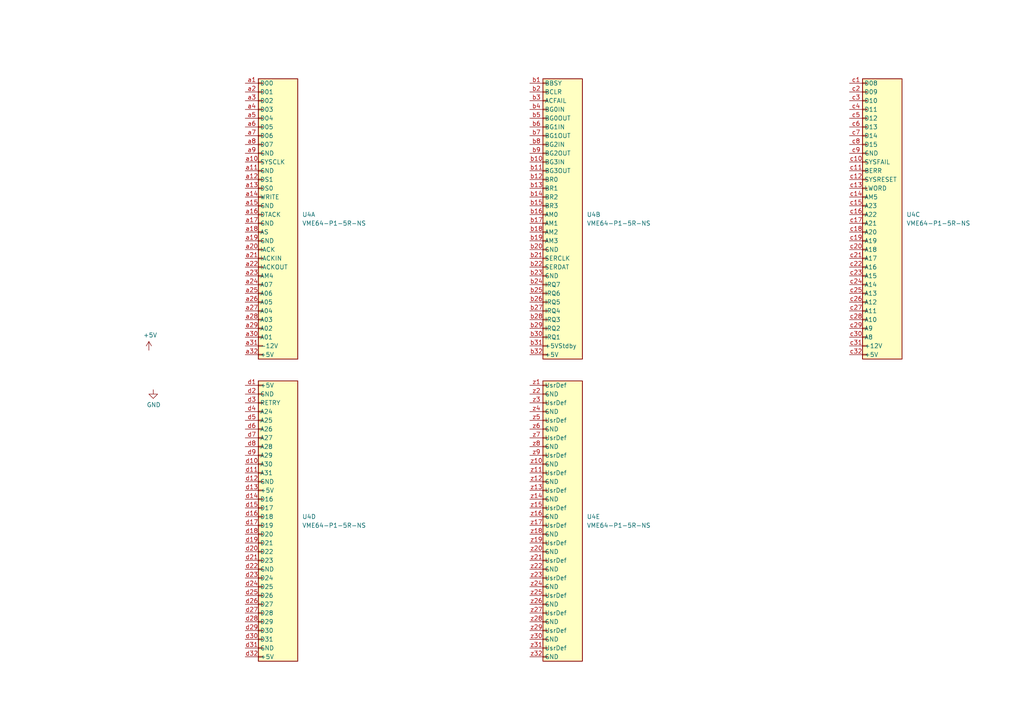
<source format=kicad_sch>
(kicad_sch (version 20230121) (generator eeschema)
  (paper "A4")
  (title_block (title "IVC-k30") (rev "1"))
  (lib_symbols
    (symbol "Computie_Connectors:VME64-P1-5R-NS"
      (property "Reference" "U" (at 0 40.64 0))
      (property "Value" "VME64-P1-5R-NS" (at 0 40.64 0))
      (symbol "VME64-P1-5R-NS_1_1"
        (rectangle (start -1.27 -40.513) (end 0 -40.767) (stroke (width 0.1524)))
        (rectangle (start -1.27 -37.973) (end 0 -38.227) (stroke (width 0.1524)))
        (rectangle (start -1.27 -35.433) (end 0 -35.687) (stroke (width 0.1524)))
        (rectangle (start -1.27 -32.893) (end 0 -33.147) (stroke (width 0.1524)))
        (rectangle (start -1.27 -30.353) (end 0 -30.607) (stroke (width 0.1524)))
        (rectangle (start -1.27 -27.813) (end 0 -28.067) (stroke (width 0.1524)))
        (rectangle (start -1.27 -25.273) (end 0 -25.527) (stroke (width 0.1524)))
        (rectangle (start -1.27 -22.733) (end 0 -22.987) (stroke (width 0.1524)))
        (rectangle (start -1.27 -20.193) (end 0 -20.447) (stroke (width 0.1524)))
        (rectangle (start -1.27 -17.653) (end 0 -17.907) (stroke (width 0.1524)))
        (rectangle (start -1.27 -15.113) (end 0 -15.367) (stroke (width 0.1524)))
        (rectangle (start -1.27 -12.573) (end 0 -12.827) (stroke (width 0.1524)))
        (rectangle (start -1.27 -10.033) (end 0 -10.287) (stroke (width 0.1524)))
        (rectangle (start -1.27 -7.493) (end 0 -7.747) (stroke (width 0.1524)))
        (rectangle (start -1.27 -4.953) (end 0 -5.207) (stroke (width 0.1524)))
        (rectangle (start -1.27 -2.413) (end 0 -2.667) (stroke (width 0.1524)))
        (rectangle (start -1.27 0.127) (end 0 -0.127) (stroke (width 0.1524)))
        (rectangle (start -1.27 2.667) (end 0 2.413) (stroke (width 0.1524)))
        (rectangle (start -1.27 5.207) (end 0 4.953) (stroke (width 0.1524)))
        (rectangle (start -1.27 7.747) (end 0 7.493) (stroke (width 0.1524)))
        (rectangle (start -1.27 10.287) (end 0 10.033) (stroke (width 0.1524)))
        (rectangle (start -1.27 12.827) (end 0 12.573) (stroke (width 0.1524)))
        (rectangle (start -1.27 15.367) (end 0 15.113) (stroke (width 0.1524)))
        (rectangle (start -1.27 17.907) (end 0 17.653) (stroke (width 0.1524)))
        (rectangle (start -1.27 20.447) (end 0 20.193) (stroke (width 0.1524)))
        (rectangle (start -1.27 22.987) (end 0 22.733) (stroke (width 0.1524)))
        (rectangle (start -1.27 25.527) (end 0 25.273) (stroke (width 0.1524)))
        (rectangle (start -1.27 28.067) (end 0 27.813) (stroke (width 0.1524)))
        (rectangle (start -1.27 30.607) (end 0 30.353) (stroke (width 0.1524)))
        (rectangle (start -1.27 33.147) (end 0 32.893) (stroke (width 0.1524)))
        (rectangle (start -1.27 35.687) (end 0 35.433) (stroke (width 0.1524)))
        (rectangle (start -1.27 38.227) (end 0 37.973) (stroke (width 0.1524)))
        (rectangle (start -1.27 39.37) (end 10.16 -41.91) (stroke (width 0.254)) (fill (type background)))
        (pin bidirectional line (at -5.08 38.1 0) (length 3.81) (name "D00") (number "a1"))
        (pin output line (at -5.08 15.24 0) (length 3.81) (name "SYSCLK") (number "a10"))
        (pin power_out line (at -5.08 12.7 0) (length 3.81) (name "GND") (number "a11"))
        (pin bidirectional line (at -5.08 10.16 0) (length 3.81) (name "DS1") (number "a12"))
        (pin bidirectional line (at -5.08 7.62 0) (length 3.81) (name "DS0") (number "a13"))
        (pin bidirectional line (at -5.08 5.08 0) (length 3.81) (name "WRITE") (number "a14"))
        (pin power_out line (at -5.08 2.54 0) (length 3.81) (name "GND") (number "a15"))
        (pin bidirectional line (at -5.08 0 0) (length 3.81) (name "DTACK") (number "a16"))
        (pin power_out line (at -5.08 -2.54 0) (length 3.81) (name "GND") (number "a17"))
        (pin bidirectional line (at -5.08 -5.08 0) (length 3.81) (name "AS") (number "a18"))
        (pin power_out line (at -5.08 -7.62 0) (length 3.81) (name "GND") (number "a19"))
        (pin bidirectional line (at -5.08 35.56 0) (length 3.81) (name "D01") (number "a2"))
        (pin bidirectional line (at -5.08 -10.16 0) (length 3.81) (name "IACK") (number "a20"))
        (pin input line (at -5.08 -12.7 0) (length 3.81) (name "IACKIN") (number "a21"))
        (pin output line (at -5.08 -15.24 0) (length 3.81) (name "IACKOUT") (number "a22"))
        (pin bidirectional line (at -5.08 -17.78 0) (length 3.81) (name "AM4") (number "a23"))
        (pin bidirectional line (at -5.08 -20.32 0) (length 3.81) (name "A07") (number "a24"))
        (pin bidirectional line (at -5.08 -22.86 0) (length 3.81) (name "A06") (number "a25"))
        (pin bidirectional line (at -5.08 -25.4 0) (length 3.81) (name "A05") (number "a26"))
        (pin bidirectional line (at -5.08 -27.94 0) (length 3.81) (name "A04") (number "a27"))
        (pin bidirectional line (at -5.08 -30.48 0) (length 3.81) (name "A03") (number "a28"))
        (pin bidirectional line (at -5.08 -33.02 0) (length 3.81) (name "A02") (number "a29"))
        (pin bidirectional line (at -5.08 33.02 0) (length 3.81) (name "D02") (number "a3"))
        (pin bidirectional line (at -5.08 -35.56 0) (length 3.81) (name "A01") (number "a30"))
        (pin power_out line (at -5.08 -38.1 0) (length 3.81) (name "-12V") (number "a31"))
        (pin power_out line (at -5.08 -40.64 0) (length 3.81) (name "+5V") (number "a32"))
        (pin bidirectional line (at -5.08 30.48 0) (length 3.81) (name "D03") (number "a4"))
        (pin bidirectional line (at -5.08 27.94 0) (length 3.81) (name "D04") (number "a5"))
        (pin bidirectional line (at -5.08 25.4 0) (length 3.81) (name "D05") (number "a6"))
        (pin bidirectional line (at -5.08 22.86 0) (length 3.81) (name "D06") (number "a7"))
        (pin bidirectional line (at -5.08 20.32 0) (length 3.81) (name "D07") (number "a8"))
        (pin power_out line (at -5.08 17.78 0) (length 3.81) (name "GND") (number "a9"))
      )
      (symbol "VME64-P1-5R-NS_2_1"
        (rectangle (start -1.27 -40.513) (end 0 -40.767) (stroke (width 0.1524)))
        (rectangle (start -1.27 -37.973) (end 0 -38.227) (stroke (width 0.1524)))
        (rectangle (start -1.27 -35.433) (end 0 -35.687) (stroke (width 0.1524)))
        (rectangle (start -1.27 -32.893) (end 0 -33.147) (stroke (width 0.1524)))
        (rectangle (start -1.27 -30.353) (end 0 -30.607) (stroke (width 0.1524)))
        (rectangle (start -1.27 -27.813) (end 0 -28.067) (stroke (width 0.1524)))
        (rectangle (start -1.27 -25.273) (end 0 -25.527) (stroke (width 0.1524)))
        (rectangle (start -1.27 -22.733) (end 0 -22.987) (stroke (width 0.1524)))
        (rectangle (start -1.27 -20.193) (end 0 -20.447) (stroke (width 0.1524)))
        (rectangle (start -1.27 -17.653) (end 0 -17.907) (stroke (width 0.1524)))
        (rectangle (start -1.27 -15.113) (end 0 -15.367) (stroke (width 0.1524)))
        (rectangle (start -1.27 -12.573) (end 0 -12.827) (stroke (width 0.1524)))
        (rectangle (start -1.27 -10.033) (end 0 -10.287) (stroke (width 0.1524)))
        (rectangle (start -1.27 -7.493) (end 0 -7.747) (stroke (width 0.1524)))
        (rectangle (start -1.27 -4.953) (end 0 -5.207) (stroke (width 0.1524)))
        (rectangle (start -1.27 -2.413) (end 0 -2.667) (stroke (width 0.1524)))
        (rectangle (start -1.27 0.127) (end 0 -0.127) (stroke (width 0.1524)))
        (rectangle (start -1.27 2.667) (end 0 2.413) (stroke (width 0.1524)))
        (rectangle (start -1.27 5.207) (end 0 4.953) (stroke (width 0.1524)))
        (rectangle (start -1.27 7.747) (end 0 7.493) (stroke (width 0.1524)))
        (rectangle (start -1.27 10.287) (end 0 10.033) (stroke (width 0.1524)))
        (rectangle (start -1.27 12.827) (end 0 12.573) (stroke (width 0.1524)))
        (rectangle (start -1.27 15.367) (end 0 15.113) (stroke (width 0.1524)))
        (rectangle (start -1.27 17.907) (end 0 17.653) (stroke (width 0.1524)))
        (rectangle (start -1.27 20.447) (end 0 20.193) (stroke (width 0.1524)))
        (rectangle (start -1.27 22.987) (end 0 22.733) (stroke (width 0.1524)))
        (rectangle (start -1.27 25.527) (end 0 25.273) (stroke (width 0.1524)))
        (rectangle (start -1.27 28.067) (end 0 27.813) (stroke (width 0.1524)))
        (rectangle (start -1.27 30.607) (end 0 30.353) (stroke (width 0.1524)))
        (rectangle (start -1.27 33.147) (end 0 32.893) (stroke (width 0.1524)))
        (rectangle (start -1.27 35.687) (end 0 35.433) (stroke (width 0.1524)))
        (rectangle (start -1.27 38.227) (end 0 37.973) (stroke (width 0.1524)))
        (rectangle (start -1.27 39.37) (end 10.16 -41.91) (stroke (width 0.254)) (fill (type background)))
        (pin bidirectional line (at -5.08 38.1 0) (length 3.81) (name "BBSY") (number "b1"))
        (pin input line (at -5.08 15.24 0) (length 3.81) (name "BG3IN") (number "b10"))
        (pin output line (at -5.08 12.7 0) (length 3.81) (name "BG3OUT") (number "b11"))
        (pin bidirectional line (at -5.08 10.16 0) (length 3.81) (name "BR0") (number "b12"))
        (pin bidirectional line (at -5.08 7.62 0) (length 3.81) (name "BR1") (number "b13"))
        (pin bidirectional line (at -5.08 5.08 0) (length 3.81) (name "BR2") (number "b14"))
        (pin bidirectional line (at -5.08 2.54 0) (length 3.81) (name "BR3") (number "b15"))
        (pin bidirectional line (at -5.08 0 0) (length 3.81) (name "AM0") (number "b16"))
        (pin bidirectional line (at -5.08 -2.54 0) (length 3.81) (name "AM1") (number "b17"))
        (pin bidirectional line (at -5.08 -5.08 0) (length 3.81) (name "AM2") (number "b18"))
        (pin bidirectional line (at -5.08 -7.62 0) (length 3.81) (name "AM3") (number "b19"))
        (pin bidirectional line (at -5.08 35.56 0) (length 3.81) (name "BCLR") (number "b2"))
        (pin power_out line (at -5.08 -10.16 0) (length 3.81) (name "GND") (number "b20"))
        (pin bidirectional line (at -5.08 -12.7 0) (length 3.81) (name "SERCLK") (number "b21"))
        (pin bidirectional line (at -5.08 -15.24 0) (length 3.81) (name "SERDAT") (number "b22"))
        (pin power_out line (at -5.08 -17.78 0) (length 3.81) (name "GND") (number "b23"))
        (pin bidirectional line (at -5.08 -20.32 0) (length 3.81) (name "IRQ7") (number "b24"))
        (pin bidirectional line (at -5.08 -22.86 0) (length 3.81) (name "IRQ6") (number "b25"))
        (pin bidirectional line (at -5.08 -25.4 0) (length 3.81) (name "IRQ5") (number "b26"))
        (pin bidirectional line (at -5.08 -27.94 0) (length 3.81) (name "IRQ4") (number "b27"))
        (pin bidirectional line (at -5.08 -30.48 0) (length 3.81) (name "IRQ3") (number "b28"))
        (pin bidirectional line (at -5.08 -33.02 0) (length 3.81) (name "IRQ2") (number "b29"))
        (pin output line (at -5.08 33.02 0) (length 3.81) (name "ACFAIL") (number "b3"))
        (pin bidirectional line (at -5.08 -35.56 0) (length 3.81) (name "IRQ1") (number "b30"))
        (pin power_out line (at -5.08 -38.1 0) (length 3.81) (name "+5VStdby") (number "b31"))
        (pin power_out line (at -5.08 -40.64 0) (length 3.81) (name "+5V") (number "b32"))
        (pin input line (at -5.08 30.48 0) (length 3.81) (name "BG0IN") (number "b4"))
        (pin output line (at -5.08 27.94 0) (length 3.81) (name "BG0OUT") (number "b5"))
        (pin input line (at -5.08 25.4 0) (length 3.81) (name "BG1IN") (number "b6"))
        (pin output line (at -5.08 22.86 0) (length 3.81) (name "BG1OUT") (number "b7"))
        (pin input line (at -5.08 20.32 0) (length 3.81) (name "BG2IN") (number "b8"))
        (pin output line (at -5.08 17.78 0) (length 3.81) (name "BG2OUT") (number "b9"))
      )
      (symbol "VME64-P1-5R-NS_3_1"
        (rectangle (start -1.27 -40.513) (end 0 -40.767) (stroke (width 0.1524)))
        (rectangle (start -1.27 -37.973) (end 0 -38.227) (stroke (width 0.1524)))
        (rectangle (start -1.27 -35.433) (end 0 -35.687) (stroke (width 0.1524)))
        (rectangle (start -1.27 -32.893) (end 0 -33.147) (stroke (width 0.1524)))
        (rectangle (start -1.27 -30.353) (end 0 -30.607) (stroke (width 0.1524)))
        (rectangle (start -1.27 -27.813) (end 0 -28.067) (stroke (width 0.1524)))
        (rectangle (start -1.27 -25.273) (end 0 -25.527) (stroke (width 0.1524)))
        (rectangle (start -1.27 -22.733) (end 0 -22.987) (stroke (width 0.1524)))
        (rectangle (start -1.27 -20.193) (end 0 -20.447) (stroke (width 0.1524)))
        (rectangle (start -1.27 -17.653) (end 0 -17.907) (stroke (width 0.1524)))
        (rectangle (start -1.27 -15.113) (end 0 -15.367) (stroke (width 0.1524)))
        (rectangle (start -1.27 -12.573) (end 0 -12.827) (stroke (width 0.1524)))
        (rectangle (start -1.27 -10.033) (end 0 -10.287) (stroke (width 0.1524)))
        (rectangle (start -1.27 -7.493) (end 0 -7.747) (stroke (width 0.1524)))
        (rectangle (start -1.27 -4.953) (end 0 -5.207) (stroke (width 0.1524)))
        (rectangle (start -1.27 -2.413) (end 0 -2.667) (stroke (width 0.1524)))
        (rectangle (start -1.27 0.127) (end 0 -0.127) (stroke (width 0.1524)))
        (rectangle (start -1.27 2.667) (end 0 2.413) (stroke (width 0.1524)))
        (rectangle (start -1.27 5.207) (end 0 4.953) (stroke (width 0.1524)))
        (rectangle (start -1.27 7.747) (end 0 7.493) (stroke (width 0.1524)))
        (rectangle (start -1.27 10.287) (end 0 10.033) (stroke (width 0.1524)))
        (rectangle (start -1.27 12.827) (end 0 12.573) (stroke (width 0.1524)))
        (rectangle (start -1.27 15.367) (end 0 15.113) (stroke (width 0.1524)))
        (rectangle (start -1.27 17.907) (end 0 17.653) (stroke (width 0.1524)))
        (rectangle (start -1.27 20.447) (end 0 20.193) (stroke (width 0.1524)))
        (rectangle (start -1.27 22.987) (end 0 22.733) (stroke (width 0.1524)))
        (rectangle (start -1.27 25.527) (end 0 25.273) (stroke (width 0.1524)))
        (rectangle (start -1.27 28.067) (end 0 27.813) (stroke (width 0.1524)))
        (rectangle (start -1.27 30.607) (end 0 30.353) (stroke (width 0.1524)))
        (rectangle (start -1.27 33.147) (end 0 32.893) (stroke (width 0.1524)))
        (rectangle (start -1.27 35.687) (end 0 35.433) (stroke (width 0.1524)))
        (rectangle (start -1.27 38.227) (end 0 37.973) (stroke (width 0.1524)))
        (rectangle (start -1.27 39.37) (end 10.16 -41.91) (stroke (width 0.254)) (fill (type background)))
        (pin bidirectional line (at -5.08 38.1 0) (length 3.81) (name "D08") (number "c1"))
        (pin bidirectional line (at -5.08 15.24 0) (length 3.81) (name "SYSFAIL") (number "c10"))
        (pin bidirectional line (at -5.08 12.7 0) (length 3.81) (name "BERR") (number "c11"))
        (pin bidirectional line (at -5.08 10.16 0) (length 3.81) (name "SYSRESET") (number "c12"))
        (pin bidirectional line (at -5.08 7.62 0) (length 3.81) (name "LWORD") (number "c13"))
        (pin bidirectional line (at -5.08 5.08 0) (length 3.81) (name "AM5") (number "c14"))
        (pin bidirectional line (at -5.08 2.54 0) (length 3.81) (name "A23") (number "c15"))
        (pin bidirectional line (at -5.08 0 0) (length 3.81) (name "A22") (number "c16"))
        (pin bidirectional line (at -5.08 -2.54 0) (length 3.81) (name "A21") (number "c17"))
        (pin bidirectional line (at -5.08 -5.08 0) (length 3.81) (name "A20") (number "c18"))
        (pin bidirectional line (at -5.08 -7.62 0) (length 3.81) (name "A19") (number "c19"))
        (pin bidirectional line (at -5.08 35.56 0) (length 3.81) (name "D09") (number "c2"))
        (pin bidirectional line (at -5.08 -10.16 0) (length 3.81) (name "A18") (number "c20"))
        (pin bidirectional line (at -5.08 -12.7 0) (length 3.81) (name "A17") (number "c21"))
        (pin bidirectional line (at -5.08 -15.24 0) (length 3.81) (name "A16") (number "c22"))
        (pin bidirectional line (at -5.08 -17.78 0) (length 3.81) (name "A15") (number "c23"))
        (pin bidirectional line (at -5.08 -20.32 0) (length 3.81) (name "A14") (number "c24"))
        (pin bidirectional line (at -5.08 -22.86 0) (length 3.81) (name "A13") (number "c25"))
        (pin bidirectional line (at -5.08 -25.4 0) (length 3.81) (name "A12") (number "c26"))
        (pin bidirectional line (at -5.08 -27.94 0) (length 3.81) (name "A11") (number "c27"))
        (pin bidirectional line (at -5.08 -30.48 0) (length 3.81) (name "A10") (number "c28"))
        (pin bidirectional line (at -5.08 -33.02 0) (length 3.81) (name "A9") (number "c29"))
        (pin bidirectional line (at -5.08 33.02 0) (length 3.81) (name "D10") (number "c3"))
        (pin bidirectional line (at -5.08 -35.56 0) (length 3.81) (name "A8") (number "c30"))
        (pin power_out line (at -5.08 -38.1 0) (length 3.81) (name "+12V") (number "c31"))
        (pin power_out line (at -5.08 -40.64 0) (length 3.81) (name "+5V") (number "c32"))
        (pin bidirectional line (at -5.08 30.48 0) (length 3.81) (name "D11") (number "c4"))
        (pin bidirectional line (at -5.08 27.94 0) (length 3.81) (name "D12") (number "c5"))
        (pin bidirectional line (at -5.08 25.4 0) (length 3.81) (name "D13") (number "c6"))
        (pin bidirectional line (at -5.08 22.86 0) (length 3.81) (name "D14") (number "c7"))
        (pin bidirectional line (at -5.08 20.32 0) (length 3.81) (name "D15") (number "c8"))
        (pin power_out line (at -5.08 17.78 0) (length 3.81) (name "GND") (number "c9"))
      )
      (symbol "VME64-P1-5R-NS_4_1"
        (rectangle (start -1.27 -40.513) (end 0 -40.767) (stroke (width 0.1524)))
        (rectangle (start -1.27 -37.973) (end 0 -38.227) (stroke (width 0.1524)))
        (rectangle (start -1.27 -35.433) (end 0 -35.687) (stroke (width 0.1524)))
        (rectangle (start -1.27 -32.893) (end 0 -33.147) (stroke (width 0.1524)))
        (rectangle (start -1.27 -30.353) (end 0 -30.607) (stroke (width 0.1524)))
        (rectangle (start -1.27 -27.813) (end 0 -28.067) (stroke (width 0.1524)))
        (rectangle (start -1.27 -25.273) (end 0 -25.527) (stroke (width 0.1524)))
        (rectangle (start -1.27 -22.733) (end 0 -22.987) (stroke (width 0.1524)))
        (rectangle (start -1.27 -20.193) (end 0 -20.447) (stroke (width 0.1524)))
        (rectangle (start -1.27 -17.653) (end 0 -17.907) (stroke (width 0.1524)))
        (rectangle (start -1.27 -15.113) (end 0 -15.367) (stroke (width 0.1524)))
        (rectangle (start -1.27 -12.573) (end 0 -12.827) (stroke (width 0.1524)))
        (rectangle (start -1.27 -10.033) (end 0 -10.287) (stroke (width 0.1524)))
        (rectangle (start -1.27 -7.493) (end 0 -7.747) (stroke (width 0.1524)))
        (rectangle (start -1.27 -4.953) (end 0 -5.207) (stroke (width 0.1524)))
        (rectangle (start -1.27 -2.413) (end 0 -2.667) (stroke (width 0.1524)))
        (rectangle (start -1.27 0.127) (end 0 -0.127) (stroke (width 0.1524)))
        (rectangle (start -1.27 2.667) (end 0 2.413) (stroke (width 0.1524)))
        (rectangle (start -1.27 5.207) (end 0 4.953) (stroke (width 0.1524)))
        (rectangle (start -1.27 7.747) (end 0 7.493) (stroke (width 0.1524)))
        (rectangle (start -1.27 10.287) (end 0 10.033) (stroke (width 0.1524)))
        (rectangle (start -1.27 12.827) (end 0 12.573) (stroke (width 0.1524)))
        (rectangle (start -1.27 15.367) (end 0 15.113) (stroke (width 0.1524)))
        (rectangle (start -1.27 17.907) (end 0 17.653) (stroke (width 0.1524)))
        (rectangle (start -1.27 20.447) (end 0 20.193) (stroke (width 0.1524)))
        (rectangle (start -1.27 22.987) (end 0 22.733) (stroke (width 0.1524)))
        (rectangle (start -1.27 25.527) (end 0 25.273) (stroke (width 0.1524)))
        (rectangle (start -1.27 28.067) (end 0 27.813) (stroke (width 0.1524)))
        (rectangle (start -1.27 30.607) (end 0 30.353) (stroke (width 0.1524)))
        (rectangle (start -1.27 33.147) (end 0 32.893) (stroke (width 0.1524)))
        (rectangle (start -1.27 35.687) (end 0 35.433) (stroke (width 0.1524)))
        (rectangle (start -1.27 38.227) (end 0 37.973) (stroke (width 0.1524)))
        (rectangle (start -1.27 39.37) (end 10.16 -41.91) (stroke (width 0.254)) (fill (type background)))
        (pin power_out line (at -5.08 38.1 0) (length 3.81) (name "+5V") (number "d1"))
        (pin bidirectional line (at -5.08 15.24 0) (length 3.81) (name "A30") (number "d10"))
        (pin bidirectional line (at -5.08 12.7 0) (length 3.81) (name "A31") (number "d11"))
        (pin power_out line (at -5.08 10.16 0) (length 3.81) (name "GND") (number "d12"))
        (pin power_out line (at -5.08 7.62 0) (length 3.81) (name "+5V") (number "d13"))
        (pin bidirectional line (at -5.08 5.08 0) (length 3.81) (name "D16") (number "d14"))
        (pin bidirectional line (at -5.08 2.54 0) (length 3.81) (name "D17") (number "d15"))
        (pin bidirectional line (at -5.08 0 0) (length 3.81) (name "D18") (number "d16"))
        (pin bidirectional line (at -5.08 -2.54 0) (length 3.81) (name "D19") (number "d17"))
        (pin bidirectional line (at -5.08 -5.08 0) (length 3.81) (name "D20") (number "d18"))
        (pin bidirectional line (at -5.08 -7.62 0) (length 3.81) (name "D21") (number "d19"))
        (pin power_out line (at -5.08 35.56 0) (length 3.81) (name "GND") (number "d2"))
        (pin bidirectional line (at -5.08 -10.16 0) (length 3.81) (name "D22") (number "d20"))
        (pin bidirectional line (at -5.08 -12.7 0) (length 3.81) (name "D23") (number "d21"))
        (pin power_out line (at -5.08 -15.24 0) (length 3.81) (name "GND") (number "d22"))
        (pin bidirectional line (at -5.08 -17.78 0) (length 3.81) (name "D24") (number "d23"))
        (pin bidirectional line (at -5.08 -20.32 0) (length 3.81) (name "D25") (number "d24"))
        (pin bidirectional line (at -5.08 -22.86 0) (length 3.81) (name "D26") (number "d25"))
        (pin bidirectional line (at -5.08 -25.4 0) (length 3.81) (name "D27") (number "d26"))
        (pin bidirectional line (at -5.08 -27.94 0) (length 3.81) (name "D28") (number "d27"))
        (pin bidirectional line (at -5.08 -30.48 0) (length 3.81) (name "D29") (number "d28"))
        (pin bidirectional line (at -5.08 -33.02 0) (length 3.81) (name "D30") (number "d29"))
        (pin bidirectional line (at -5.08 33.02 0) (length 3.81) (name "RETRY") (number "d3"))
        (pin bidirectional line (at -5.08 -35.56 0) (length 3.81) (name "D31") (number "d30"))
        (pin power_out line (at -5.08 -38.1 0) (length 3.81) (name "GND") (number "d31"))
        (pin power_out line (at -5.08 -40.64 0) (length 3.81) (name "+5V") (number "d32"))
        (pin bidirectional line (at -5.08 30.48 0) (length 3.81) (name "A24") (number "d4"))
        (pin bidirectional line (at -5.08 27.94 0) (length 3.81) (name "A25") (number "d5"))
        (pin bidirectional line (at -5.08 25.4 0) (length 3.81) (name "A26") (number "d6"))
        (pin bidirectional line (at -5.08 22.86 0) (length 3.81) (name "A27") (number "d7"))
        (pin bidirectional line (at -5.08 20.32 0) (length 3.81) (name "A28") (number "d8"))
        (pin bidirectional line (at -5.08 17.78 0) (length 3.81) (name "A29") (number "d9"))
      )
      (symbol "VME64-P1-5R-NS_5_1"
        (rectangle (start -1.27 -40.513) (end 0 -40.767) (stroke (width 0.1524)))
        (rectangle (start -1.27 -37.973) (end 0 -38.227) (stroke (width 0.1524)))
        (rectangle (start -1.27 -35.433) (end 0 -35.687) (stroke (width 0.1524)))
        (rectangle (start -1.27 -32.893) (end 0 -33.147) (stroke (width 0.1524)))
        (rectangle (start -1.27 -30.353) (end 0 -30.607) (stroke (width 0.1524)))
        (rectangle (start -1.27 -27.813) (end 0 -28.067) (stroke (width 0.1524)))
        (rectangle (start -1.27 -25.273) (end 0 -25.527) (stroke (width 0.1524)))
        (rectangle (start -1.27 -22.733) (end 0 -22.987) (stroke (width 0.1524)))
        (rectangle (start -1.27 -20.193) (end 0 -20.447) (stroke (width 0.1524)))
        (rectangle (start -1.27 -17.653) (end 0 -17.907) (stroke (width 0.1524)))
        (rectangle (start -1.27 -15.113) (end 0 -15.367) (stroke (width 0.1524)))
        (rectangle (start -1.27 -12.573) (end 0 -12.827) (stroke (width 0.1524)))
        (rectangle (start -1.27 -10.033) (end 0 -10.287) (stroke (width 0.1524)))
        (rectangle (start -1.27 -7.493) (end 0 -7.747) (stroke (width 0.1524)))
        (rectangle (start -1.27 -4.953) (end 0 -5.207) (stroke (width 0.1524)))
        (rectangle (start -1.27 -2.413) (end 0 -2.667) (stroke (width 0.1524)))
        (rectangle (start -1.27 0.127) (end 0 -0.127) (stroke (width 0.1524)))
        (rectangle (start -1.27 2.667) (end 0 2.413) (stroke (width 0.1524)))
        (rectangle (start -1.27 5.207) (end 0 4.953) (stroke (width 0.1524)))
        (rectangle (start -1.27 7.747) (end 0 7.493) (stroke (width 0.1524)))
        (rectangle (start -1.27 10.287) (end 0 10.033) (stroke (width 0.1524)))
        (rectangle (start -1.27 12.827) (end 0 12.573) (stroke (width 0.1524)))
        (rectangle (start -1.27 15.367) (end 0 15.113) (stroke (width 0.1524)))
        (rectangle (start -1.27 17.907) (end 0 17.653) (stroke (width 0.1524)))
        (rectangle (start -1.27 20.447) (end 0 20.193) (stroke (width 0.1524)))
        (rectangle (start -1.27 22.987) (end 0 22.733) (stroke (width 0.1524)))
        (rectangle (start -1.27 25.527) (end 0 25.273) (stroke (width 0.1524)))
        (rectangle (start -1.27 28.067) (end 0 27.813) (stroke (width 0.1524)))
        (rectangle (start -1.27 30.607) (end 0 30.353) (stroke (width 0.1524)))
        (rectangle (start -1.27 33.147) (end 0 32.893) (stroke (width 0.1524)))
        (rectangle (start -1.27 35.687) (end 0 35.433) (stroke (width 0.1524)))
        (rectangle (start -1.27 38.227) (end 0 37.973) (stroke (width 0.1524)))
        (rectangle (start -1.27 39.37) (end 10.16 -41.91) (stroke (width 0.254)) (fill (type background)))
        (pin bidirectional line (at -5.08 38.1 0) (length 3.81) (name "UsrDef") (number "z1"))
        (pin power_out line (at -5.08 15.24 0) (length 3.81) (name "GND") (number "z10"))
        (pin bidirectional line (at -5.08 12.7 0) (length 3.81) (name "UsrDef") (number "z11"))
        (pin power_out line (at -5.08 10.16 0) (length 3.81) (name "GND") (number "z12"))
        (pin bidirectional line (at -5.08 7.62 0) (length 3.81) (name "UsrDef") (number "z13"))
        (pin power_out line (at -5.08 5.08 0) (length 3.81) (name "GND") (number "z14"))
        (pin bidirectional line (at -5.08 2.54 0) (length 3.81) (name "UsrDef") (number "z15"))
        (pin power_out line (at -5.08 0 0) (length 3.81) (name "GND") (number "z16"))
        (pin bidirectional line (at -5.08 -2.54 0) (length 3.81) (name "UsrDef") (number "z17"))
        (pin power_out line (at -5.08 -5.08 0) (length 3.81) (name "GND") (number "z18"))
        (pin bidirectional line (at -5.08 -7.62 0) (length 3.81) (name "UsrDef") (number "z19"))
        (pin power_out line (at -5.08 35.56 0) (length 3.81) (name "GND") (number "z2"))
        (pin power_out line (at -5.08 -10.16 0) (length 3.81) (name "GND") (number "z20"))
        (pin bidirectional line (at -5.08 -12.7 0) (length 3.81) (name "UsrDef") (number "z21"))
        (pin power_out line (at -5.08 -15.24 0) (length 3.81) (name "GND") (number "z22"))
        (pin bidirectional line (at -5.08 -17.78 0) (length 3.81) (name "UsrDef") (number "z23"))
        (pin power_out line (at -5.08 -20.32 0) (length 3.81) (name "GND") (number "z24"))
        (pin bidirectional line (at -5.08 -22.86 0) (length 3.81) (name "UsrDef") (number "z25"))
        (pin power_out line (at -5.08 -25.4 0) (length 3.81) (name "GND") (number "z26"))
        (pin bidirectional line (at -5.08 -27.94 0) (length 3.81) (name "UsrDef") (number "z27"))
        (pin power_out line (at -5.08 -30.48 0) (length 3.81) (name "GND") (number "z28"))
        (pin bidirectional line (at -5.08 -33.02 0) (length 3.81) (name "UsrDef") (number "z29"))
        (pin bidirectional line (at -5.08 33.02 0) (length 3.81) (name "UsrDef") (number "z3"))
        (pin power_out line (at -5.08 -35.56 0) (length 3.81) (name "GND") (number "z30"))
        (pin bidirectional line (at -5.08 -38.1 0) (length 3.81) (name "UsrDef") (number "z31"))
        (pin power_out line (at -5.08 -40.64 0) (length 3.81) (name "GND") (number "z32"))
        (pin power_out line (at -5.08 30.48 0) (length 3.81) (name "GND") (number "z4"))
        (pin bidirectional line (at -5.08 27.94 0) (length 3.81) (name "UsrDef") (number "z5"))
        (pin power_out line (at -5.08 25.4 0) (length 3.81) (name "GND") (number "z6"))
        (pin bidirectional line (at -5.08 22.86 0) (length 3.81) (name "UsrDef") (number "z7"))
        (pin power_out line (at -5.08 20.32 0) (length 3.81) (name "GND") (number "z8"))
        (pin bidirectional line (at -5.08 17.78 0) (length 3.81) (name "UsrDef") (number "z9"))
      )
    )
    (symbol "power:+5V" (power) (pin_names (offset 0))
      (property "Value" "+5V" (at 0 3.556 0))
      (symbol "+5V_0_1"
        (polyline (pts (xy -0.762 1.27) (xy 0 2.54)))
        (polyline (pts (xy 0 0) (xy 0 2.54)))
        (polyline (pts (xy 0 2.54) (xy 0.762 1.27)))
      )
      (symbol "+5V_1_1"
        (pin power_in line (at 0 0 90) (length 0) hide (name "+5V") (number "1"))
      )
    )
    (symbol "power:GND" (power) (pin_names (offset 0))
      (property "Value" "GND" (at 0 -3.81 0))
      (symbol "GND_0_1"
        (polyline (pts (xy 0 0) (xy 0 -1.27) (xy 1.27 -1.27) (xy 0 -2.54) (xy -1.27 -1.27) (xy 0 -1.27)))
      )
      (symbol "GND_1_1"
        (pin power_in line (at 0 0 270) (length 0) hide (name "GND") (number "1"))
      )
    )
  )
  (symbol (lib_id "Computie_Connectors:VME64-P1-5R-NS") (at 76.2 149.86 0) (unit 4)
    (property "Reference" "U4" (at 87.63 149.86 0) (effects (justify left)))
    (property "Value" "VME64-P1-5R-NS" (at 87.63 152.4 0) (effects (justify left)))
  )
  (symbol (lib_id "power:GND") (at 44.45 113.03 0) (unit 1)
    (property "Reference" "#PWR032" (effects hide))
    (property "Value" "GND" (at 44.577 117.4242 0))
    (instances (project "IVC-k30" (path "" (reference "#PWR032") (unit 1)) (path "" (reference "#PWR041") (unit 1))) (project "k30-SBC" (path "" (reference "#PWR032") (unit 1))))
  )
  (symbol (lib_id "Computie_Connectors:VME64-P1-5R-NS") (at 158.75 149.86 0) (unit 5)
    (property "Reference" "U4" (at 170.18 149.86 0) (effects (justify left)))
    (property "Value" "VME64-P1-5R-NS" (at 170.18 152.4 0) (effects (justify left)))
  )
  (symbol (lib_id "power:+5V") (at 43.18 101.6 0) (unit 1)
    (property "Reference" "#PWR01" (effects hide))
    (property "Value" "+5V" (at 43.561 97.2058 0))
    (instances (project "IVC-k30" (path "" (reference "#PWR01") (unit 1)) (path "" (reference "#PWR040") (unit 1))) (project "k30-SBC" (path "" (reference "#PWR01") (unit 1))))
  )
  (symbol (lib_id "Computie_Connectors:VME64-P1-5R-NS") (at 158.75 62.23 0) (unit 2)
    (property "Reference" "U4" (at 170.18 62.23 0) (effects (justify left)))
    (property "Value" "VME64-P1-5R-NS" (at 170.18 64.77 0) (effects (justify left)))
  )
  (symbol (lib_id "Computie_Connectors:VME64-P1-5R-NS") (at 251.46 62.23 0) (unit 3)
    (property "Reference" "U4" (at 262.89 62.23 0) (effects (justify left)))
    (property "Value" "VME64-P1-5R-NS" (at 262.89 64.77 0) (effects (justify left)))
  )
  (symbol (lib_id "Computie_Connectors:VME64-P1-5R-NS") (at 76.2 62.23 0) (unit 1)
    (property "Reference" "U4" (at 87.63 62.23 0) (effects (justify left)))
    (property "Value" "VME64-P1-5R-NS" (at 87.63 64.77 0) (effects (justify left)))
  )
)
</source>
